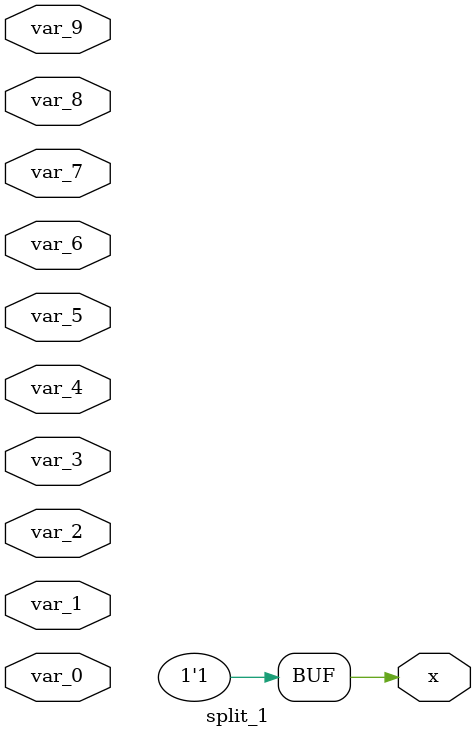
<source format=v>
module split_1(var_0, var_1, var_2, var_3, var_4, var_5, var_6, var_7, var_8, var_9, x);
    input [15:0] var_0;
    input [21:0] var_1;
    input [3:0] var_2;
    input [27:0] var_3;
    input [18:0] var_4;
    input [17:0] var_5;
    input [18:0] var_6;
    input [13:0] var_7;
    input [15:0] var_8;
    input [28:0] var_9;
    output wire x;

    assign x = 1'b1;
endmodule

</source>
